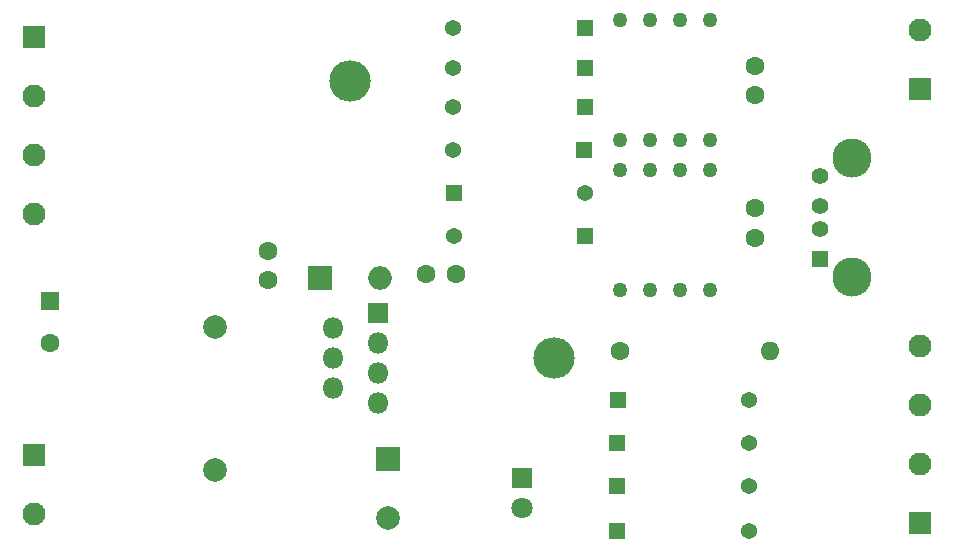
<source format=gbr>
%TF.GenerationSoftware,KiCad,Pcbnew,(6.0.9)*%
%TF.CreationDate,2022-12-19T09:49:19-08:00*%
%TF.ProjectId,TinyG-SuperPid-Integrator,54696e79-472d-4537-9570-65725069642d,rev?*%
%TF.SameCoordinates,Original*%
%TF.FileFunction,Soldermask,Top*%
%TF.FilePolarity,Negative*%
%FSLAX46Y46*%
G04 Gerber Fmt 4.6, Leading zero omitted, Abs format (unit mm)*
G04 Created by KiCad (PCBNEW (6.0.9)) date 2022-12-19 09:49:19*
%MOMM*%
%LPD*%
G01*
G04 APERTURE LIST*
%ADD10C,1.270000*%
%ADD11R,1.950000X1.950000*%
%ADD12C,1.950000*%
%ADD13C,2.000000*%
%ADD14C,1.600000*%
%ADD15O,1.600000X1.600000*%
%ADD16R,1.371600X1.371600*%
%ADD17C,1.371600*%
%ADD18O,3.500000X3.500000*%
%ADD19R,2.000000X2.000000*%
%ADD20O,2.000000X2.000000*%
%ADD21R,1.800000X1.800000*%
%ADD22O,1.800000X1.800000*%
%ADD23R,1.408000X1.408000*%
%ADD24C,1.408000*%
%ADD25C,3.316000*%
%ADD26R,1.600000X1.600000*%
%ADD27C,1.800000*%
G04 APERTURE END LIST*
D10*
%TO.C,U2*%
X86995000Y-47585000D03*
X84455000Y-47585000D03*
X81915000Y-47585000D03*
X79375000Y-47585000D03*
X79375000Y-57745000D03*
X81915000Y-57745000D03*
X84455000Y-57745000D03*
X86995000Y-57745000D03*
%TD*%
D11*
%TO.C,J2*%
X104775000Y-90170000D03*
D12*
X104775000Y-85170000D03*
X104775000Y-80170000D03*
X104775000Y-75170000D03*
%TD*%
D13*
%TO.C,L1*%
X45085000Y-73570000D03*
X45085000Y-85640000D03*
%TD*%
D14*
%TO.C,RL1*%
X79375000Y-75565000D03*
D15*
X92075000Y-75565000D03*
%TD*%
D16*
%TO.C,R1*%
X76415700Y-48260000D03*
D17*
X65290500Y-48260000D03*
%TD*%
D18*
%TO.C,D1*%
X56553318Y-52727801D03*
D19*
X54013318Y-69387801D03*
D20*
X59093318Y-69387801D03*
%TD*%
D16*
%TO.C,R9*%
X79159300Y-86995000D03*
D17*
X90284500Y-86995000D03*
%TD*%
D11*
%TO.C,J1*%
X29807500Y-49015000D03*
D12*
X29807500Y-54015000D03*
X29807500Y-59015000D03*
X29807500Y-64015000D03*
%TD*%
D18*
%TO.C,U1*%
X73805000Y-76200000D03*
D21*
X58905000Y-72390000D03*
D22*
X55105000Y-73660000D03*
X58905000Y-74930000D03*
X55105000Y-76200000D03*
X58905000Y-77470000D03*
X55105000Y-78740000D03*
X58905000Y-80010000D03*
%TD*%
D11*
%TO.C,J5*%
X104812500Y-53420000D03*
D12*
X104812500Y-48420000D03*
%TD*%
D14*
%TO.C,C2*%
X90805000Y-63520000D03*
X90805000Y-66020000D03*
%TD*%
D23*
%TO.C,J4*%
X96365000Y-67782500D03*
D24*
X96365000Y-65282500D03*
X96365000Y-63282500D03*
X96365000Y-60782500D03*
D25*
X99035000Y-69282500D03*
X99035000Y-59282500D03*
%TD*%
D16*
%TO.C,R8*%
X79159300Y-83345678D03*
D17*
X90284500Y-83345678D03*
%TD*%
D26*
%TO.C,Cin1*%
X31115000Y-71372349D03*
D14*
X31115000Y-74872349D03*
%TD*%
D16*
%TO.C,R10*%
X79159300Y-90805000D03*
D17*
X90284500Y-90805000D03*
%TD*%
D10*
%TO.C,U3*%
X86995000Y-60285000D03*
X84455000Y-60285000D03*
X81915000Y-60285000D03*
X79375000Y-60285000D03*
X79375000Y-70445000D03*
X81915000Y-70445000D03*
X84455000Y-70445000D03*
X86995000Y-70445000D03*
%TD*%
D14*
%TO.C,Cb1*%
X63000203Y-69084865D03*
X65500203Y-69084865D03*
%TD*%
%TO.C,Cinx1*%
X49562685Y-69592058D03*
X49562685Y-67092058D03*
%TD*%
%TO.C,C1*%
X90805000Y-51435000D03*
X90805000Y-53935000D03*
%TD*%
D19*
%TO.C,Cout1*%
X59752077Y-84696742D03*
D13*
X59752077Y-89696742D03*
%TD*%
D11*
%TO.C,J3*%
X29828410Y-84380787D03*
D12*
X29828410Y-89380787D03*
%TD*%
D16*
%TO.C,R7*%
X79227567Y-79696356D03*
D17*
X90352767Y-79696356D03*
%TD*%
D16*
%TO.C,R2*%
X76415700Y-51585365D03*
D17*
X65290500Y-51585365D03*
%TD*%
D21*
%TO.C,D2*%
X71120000Y-86355000D03*
D27*
X71120000Y-88895000D03*
%TD*%
D16*
%TO.C,R5*%
X65312152Y-62214758D03*
D17*
X76437352Y-62214758D03*
%TD*%
D16*
%TO.C,R3*%
X76415700Y-54910730D03*
D17*
X65290500Y-54910730D03*
%TD*%
D16*
%TO.C,R4*%
X76390749Y-58532218D03*
D17*
X65265549Y-58532218D03*
%TD*%
D16*
%TO.C,R6*%
X76446305Y-65864080D03*
D17*
X65321105Y-65864080D03*
%TD*%
M02*

</source>
